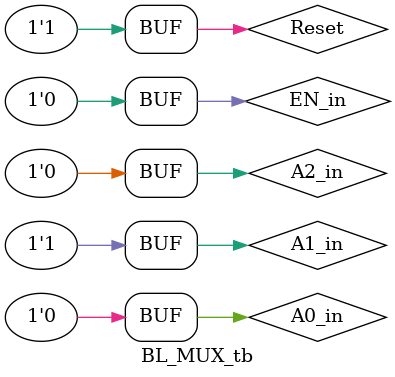
<source format=v>
`timescale 1ns / 1ps

module BL_MUX_tb;

    // Inputs
    reg Reset;
    reg EN_in;
    reg A2_in, A1_in, A0_in;

    // Outputs
    wire A2_out, A1_out, A0_out;
    wire EN_out;

    // Instantiate the Unit Under Test (UUT)
    BL_MUX uut (
        .Reset(Reset), 
        .EN_in(EN_in), 
        .A2_in(A2_in), 
        .A1_in(A1_in), 
        .A0_in(A0_in), 
        .A2_out(A2_out), 
        .A1_out(A1_out), 
        .A0_out(A0_out), 
        .EN_out(EN_out)
    );

    initial begin
        // Initialize Inputs
        Reset = 0;
        EN_in = 0;
        A2_in = 0; A1_in = 0; A0_in = 0;

        // Wait 100 ns for global reset to finish
        #100;
        
        // Add stimulus here
        Reset = 1;
        #100;

        EN_in = 1;
        A2_in = 1; A1_in = 0; A0_in = 1;
        #100;
        
        EN_in = 0;
        A2_in = 0; A1_in = 1; A0_in = 0;
        #100;
    end
      
endmodule

</source>
